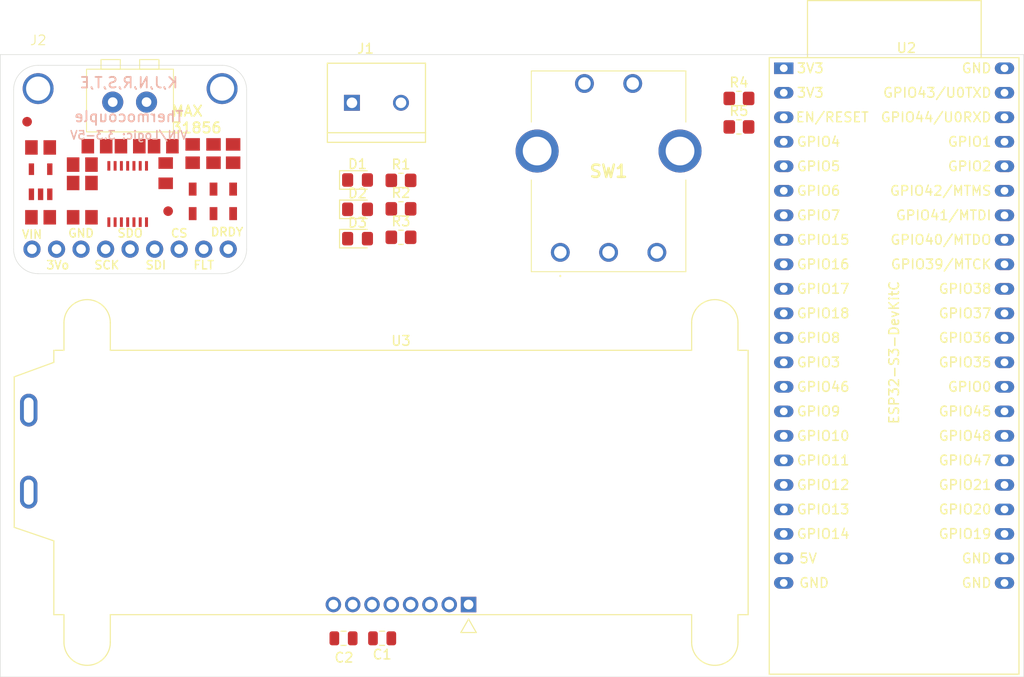
<source format=kicad_pcb>
(kicad_pcb (version 20241229) (generator "pcbnew") (generator_version "9.0")
  (layers (0 "F.Cu" signal) (2 "B.Cu" signal) (13 "F.Paste" user) (15 "B.Paste" user) (5 "F.SilkS" user "F.Silkscreen") (7 "B.SilkS" user "B.Silkscreen") (1 "F.Mask" user) (3 "B.Mask" user) (25 "Edge.Cuts" user))
  (net 0 "")
  (net 1 "GND")
  (net 2 "+3.3V")
  (net 3 "+5V")
  (net 4 "SSR_PWM")
  (net 5 "/SCK")
  (net 6 "/DRDY")
  (net 7 "/~{CS}")
  (net 8 "/~{FAULT}")
  (net 9 "/SDO")
  (net 10 "/VIN")
  (net 11 "/SDI")
  (net 12 "/VIN_1")
  (net 13 "Net-(U2-GPIO46)")
  (net 14 "Net-(U2-GPIO47)")
  (net 15 "Net-(U2-GPIO48)")
  (net 41 "Net-(D3-A)")
  (net 42 "Net-(D2-A)")
  (net 43 "Net-(D1-A)")
  (net 48 "Net-(U3-VOUT)")
  (net 49 "Net-(U3-C1+)")
  (net 50 "Net-(U3-C1-)")
  (net 51 "/SCL")
  (net 52 "/SDA")
  (net 53 "/DISPLAY_~{RST}")
  (net 54 "/ENC_B")
  (net 55 "/ENC_A")
  (net 56 "/ENC_SW")
  (footprint "Diode_SMD:D_0805_2012Metric_Pad1.15x1.40mm_HandSolder" (layer "F.Cu") (at 121 74.54)
    (property "Reference" "D2" (at 0 -1.65 0) (layer "F.SilkS"))
    (property "Value" "LED")
    (fp_line (start -1.86 -0.96) (end -1.86 0.96) (stroke (width 0.12)) (layer "F.SilkS"))
    (fp_line (start -1.86 0.96) (end 1 0.96) (stroke (width 0.12)) (layer "F.SilkS"))
    (fp_line (start 1 -0.96) (end -1.86 -0.96) (stroke (width 0.12)) (layer "F.SilkS"))
    (pad "1" smd roundrect (at -1.025 0) (size 1.15 1.4) (layers "F.Cu" "F.Mask" "F.Paste") (roundrect_rratio 0.217391) (net 1 "GND"))
    (pad "2" smd roundrect (at 1.025 0) (size 1.15 1.4) (layers "F.Cu" "F.Mask" "F.Paste") (roundrect_rratio 0.217391) (net 42 "Net-(D2-A)"))
  )
  (footprint "phoenix_footprints:TE_282837-2" (layer "F.Cu") (at 122.96 63.5)
    (property "Reference" "J1" (at -1.127255 -5.614945 0) (layer "F.SilkS") (effects (font (size 1.002039 1.002039))))
    (property "Value" "Screw_Terminal_01x02")
    (fp_line (start -5.08 -4.1) (end 5.08 -4.1) (stroke (width 0.127)) (layer "F.SilkS"))
    (fp_line (start -5.08 3.1) (end -5.08 -4.1) (stroke (width 0.127)) (layer "F.SilkS"))
    (fp_line (start -5.08 3.1) (end 5.08 3.1) (stroke (width 0.127)) (layer "F.SilkS"))
    (fp_line (start -5.08 4.1) (end -5.08 3.1) (stroke (width 0.127)) (layer "F.SilkS"))
    (fp_line (start 5.08 -4.1) (end 5.08 3.1) (stroke (width 0.127)) (layer "F.SilkS"))
    (fp_line (start 5.08 3.1) (end 5.08 4.1) (stroke (width 0.127)) (layer "F.SilkS"))
    (fp_line (start 5.08 4.1) (end -5.08 4.1) (stroke (width 0.127)) (layer "F.SilkS"))
    (pad "1" thru_hole rect (at -2.54 0) (size 1.65 1.65) (drill 1.1) (layers "*.Cu" "*.Mask") (net 1 "GND"))
    (pad "2" thru_hole circle (at 2.54 0) (size 1.65 1.65) (drill 1.1) (layers "*.Cu" "*.Mask") (net 4 "SSR_PWM"))
  )
  (footprint "Capacitor_SMD:C_0805_2012Metric" (layer "F.Cu") (at 123.55 119 180)
    (property "Reference" "C1" (at 0 -1.68 0) (layer "F.SilkS"))
    (property "Value" "1uF")
    (fp_line (start -0.261252 0.735) (end 0.261252 0.735) (stroke (width 0.12)) (layer "F.SilkS"))
    (fp_line (start -0.261252 -0.735) (end 0.261252 -0.735) (stroke (width 0.12)) (layer "F.SilkS"))
    (pad "1" smd roundrect (at -0.95 0 180) (size 1 1.45) (layers "F.Cu" "F.Mask" "F.Paste") (net 3 "+5V"))
    (pad "2" smd roundrect (at 0.95 0 180) (size 1 1.45) (layers "F.Cu" "F.Mask" "F.Paste") (net 48 "Net-(U3-VOUT)"))
  )
  (footprint "Resistor_SMD:R_0805_2012Metric_Pad1.20x1.40mm_HandSolder" (layer "F.Cu") (at 125.5 74.49)
    (property "Reference" "R2" (at 0 -1.65 0) (layer "F.SilkS"))
    (property "Value" "220")
    (fp_line (start -0.227064 -0.735) (end 0.227064 -0.735) (stroke (width 0.12)) (layer "F.SilkS"))
    (fp_line (start -0.227064 0.735) (end 0.227064 0.735) (stroke (width 0.12)) (layer "F.SilkS"))
    (pad "1" smd roundrect (at -1 0) (size 1.2 1.4) (layers "F.Cu" "F.Mask" "F.Paste") (roundrect_rratio 0.208333) (net 14 "Net-(U2-GPIO47)"))
    (pad "2" smd roundrect (at 1 0) (size 1.2 1.4) (layers "F.Cu" "F.Mask" "F.Paste") (roundrect_rratio 0.208333) (net 42 "Net-(D2-A)"))
  )
  (footprint "Capacitor_SMD:C_0805_2012Metric" (layer "F.Cu") (at 119.55 119 180)
    (property "Reference" "C2" (at -0.05 -2 0) (layer "F.SilkS"))
    (property "Value" "1uF")
    (fp_line (start -0.261252 0.735) (end 0.261252 0.735) (stroke (width 0.12)) (layer "F.SilkS"))
    (fp_line (start -0.261252 -0.735) (end 0.261252 -0.735) (stroke (width 0.12)) (layer "F.SilkS"))
    (pad "1" smd roundrect (at -0.95 0 180) (size 1 1.45) (layers "F.Cu" "F.Mask" "F.Paste") (net 49 "Net-(U3-C1+)"))
    (pad "2" smd roundrect (at 0.95 0 180) (size 1 1.45) (layers "F.Cu" "F.Mask" "F.Paste") (net 50 "Net-(U3-C1-)"))
  )
  (footprint "Resistor_SMD:R_0805_2012Metric_Pad1.20x1.40mm_HandSolder" (layer "F.Cu") (at 125.5 77.44)
    (property "Reference" "R3" (at 0 -1.65 0) (layer "F.SilkS"))
    (property "Value" "220")
    (fp_line (start -0.227064 -0.735) (end 0.227064 -0.735) (stroke (width 0.12)) (layer "F.SilkS"))
    (fp_line (start -0.227064 0.735) (end 0.227064 0.735) (stroke (width 0.12)) (layer "F.SilkS"))
    (pad "1" smd roundrect (at -1 0) (size 1.2 1.4) (layers "F.Cu" "F.Mask" "F.Paste") (roundrect_rratio 0.208333) (net 15 "Net-(U2-GPIO48)"))
    (pad "2" smd roundrect (at 1 0) (size 1.2 1.4) (layers "F.Cu" "F.Mask" "F.Paste") (roundrect_rratio 0.208333) (net 41 "Net-(D3-A)"))
  )
  (footprint "!footprints:PEC164120FS0012" (layer "F.Cu") (at 142 79)
    (property "Reference" "SW1" (at 5 -8.4 0) (layer "F.SilkS") (effects (font (size 1.27 1.27) (thickness 0.254))))
    (property "Value" "RotaryEncoder_Switch" (hide yes))
    (fp_line (start -3 -18.8) (end -3 -13.5) (stroke (width 0.1)) (layer "F.SilkS"))
    (fp_line (start -3 -7.5) (end -3 2) (stroke (width 0.1)) (layer "F.SilkS"))
    (fp_line (start -3 2) (end 13 2) (stroke (width 0.1)) (layer "F.SilkS"))
    (fp_line (start 0 2.4) (end 0 2.4) (stroke (width 0.1)) (layer "F.SilkS"))
    (fp_line (start 0 2.5) (end 0 2.5) (stroke (width 0.1)) (layer "F.SilkS"))
    (fp_line (start 13 -18.8) (end -3 -18.8) (stroke (width 0.1)) (layer "F.SilkS"))
    (fp_line (start 13 -13.5) (end 13 -18.8) (stroke (width 0.1)) (layer "F.SilkS"))
    (fp_line (start 13 2) (end 13 -7.5) (stroke (width 0.1)) (layer "F.SilkS"))
    (fp_arc (start 0 2.4) (mid 0.05 2.45) (end 0 2.5) (stroke (width 0.1)) (layer "F.SilkS"))
    (fp_arc (start 0 2.5) (mid -0.05 2.45) (end 0 2.4) (stroke (width 0.1)) (layer "F.SilkS"))
    (pad "A" thru_hole circle (at 0 0) (size 1.95 1.95) (drill 1.3) (layers "*.Cu" "*.Mask") (net 55 "/ENC_A"))
    (pad "B" thru_hole circle (at 5 0) (size 1.95 1.95) (drill 1.3) (layers "*.Cu" "*.Mask") (net 54 "/ENC_B"))
    (pad "C" thru_hole circle (at 10 0) (size 1.95 1.95) (drill 1.3) (layers "*.Cu" "*.Mask") (net 1 "GND"))
    (pad "MH1" thru_hole circle (at -2.4 -10.5) (size 4.46 4.46) (drill 2.9732) (layers "*.Cu" "*.Mask"))
    (pad "MH2" thru_hole circle (at 12.4 -10.5) (size 4.46 4.46) (drill 2.9732) (layers "*.Cu" "*.Mask"))
    (pad "S1" thru_hole circle (at 2.5 -17.5) (size 1.95 1.95) (drill 1.3) (layers "*.Cu" "*.Mask") (net 1 "GND"))
    (pad "S2" thru_hole circle (at 7.5 -17.5) (size 1.95 1.95) (drill 1.3) (layers "*.Cu" "*.Mask") (net 56 "/ENC_SW"))
  )
  (footprint "Diode_SMD:D_0805_2012Metric_Pad1.15x1.40mm_HandSolder" (layer "F.Cu") (at 121 77.58)
    (property "Reference" "D3" (at 0 -1.65 0) (layer "F.SilkS"))
    (property "Value" "LED")
    (fp_line (start -1.86 -0.96) (end -1.86 0.96) (stroke (width 0.12)) (layer "F.SilkS"))
    (fp_line (start -1.86 0.96) (end 1 0.96) (stroke (width 0.12)) (layer "F.SilkS"))
    (fp_line (start 1 -0.96) (end -1.86 -0.96) (stroke (width 0.12)) (layer "F.SilkS"))
    (pad "1" smd roundrect (at -1.025 0) (size 1.15 1.4) (layers "F.Cu" "F.Mask" "F.Paste") (roundrect_rratio 0.217391) (net 1 "GND"))
    (pad "2" smd roundrect (at 1.025 0) (size 1.15 1.4) (layers "F.Cu" "F.Mask" "F.Paste") (roundrect_rratio 0.217391) (net 41 "Net-(D3-A)"))
  )
  (footprint "Resistor_SMD:R_0805_2012Metric_Pad1.20x1.40mm_HandSolder" (layer "F.Cu") (at 160.5 66)
    (property "Reference" "R5" (at 0 -1.65 0) (layer "F.SilkS"))
    (property "Value" "4.7k")
    (fp_line (start -0.227064 -0.735) (end 0.227064 -0.735) (stroke (width 0.12)) (layer "F.SilkS"))
    (fp_line (start -0.227064 0.735) (end 0.227064 0.735) (stroke (width 0.12)) (layer "F.SilkS"))
    (pad "1" smd roundrect (at -1 0) (size 1.2 1.4) (layers "F.Cu" "F.Mask" "F.Paste") (roundrect_rratio 0.208333) (net 2 "+3.3V"))
    (pad "2" smd roundrect (at 1 0) (size 1.2 1.4) (layers "F.Cu" "F.Mask" "F.Paste") (roundrect_rratio 0.208333) (net 52 "/SDA"))
  )
  (footprint "Resistor_SMD:R_0805_2012Metric_Pad1.20x1.40mm_HandSolder" (layer "F.Cu") (at 160.5 63.05)
    (property "Reference" "R4" (at 0 -1.65 0) (layer "F.SilkS"))
    (property "Value" "4.7k")
    (fp_line (start -0.227064 -0.735) (end 0.227064 -0.735) (stroke (width 0.12)) (layer "F.SilkS"))
    (fp_line (start -0.227064 0.735) (end 0.227064 0.735) (stroke (width 0.12)) (layer "F.SilkS"))
    (pad "1" smd roundrect (at -1 0) (size 1.2 1.4) (layers "F.Cu" "F.Mask" "F.Paste") (roundrect_rratio 0.208333) (net 2 "+3.3V"))
    (pad "2" smd roundrect (at 1 0) (size 1.2 1.4) (layers "F.Cu" "F.Mask" "F.Paste") (roundrect_rratio 0.208333) (net 51 "/SCL"))
  )
  (footprint "Diode_SMD:D_0805_2012Metric_Pad1.15x1.40mm_HandSolder" (layer "F.Cu") (at 121 71.5)
    (property "Reference" "D1" (at 0 -1.65 0) (layer "F.SilkS"))
    (property "Value" "LED")
    (fp_line (start -1.86 -0.96) (end -1.86 0.96) (stroke (width 0.12)) (layer "F.SilkS"))
    (fp_line (start -1.86 0.96) (end 1 0.96) (stroke (width 0.12)) (layer "F.SilkS"))
    (fp_line (start 1 -0.96) (end -1.86 -0.96) (stroke (width 0.12)) (layer "F.SilkS"))
    (pad "1" smd roundrect (at -1.025 0) (size 1.15 1.4) (layers "F.Cu" "F.Mask" "F.Paste") (roundrect_rratio 0.217391) (net 1 "GND"))
    (pad "2" smd roundrect (at 1.025 0) (size 1.15 1.4) (layers "F.Cu" "F.Mask" "F.Paste") (roundrect_rratio 0.217391) (net 43 "Net-(D1-A)"))
  )
  (footprint "Display:NHD-C0220BiZ" (layer "F.Cu") (at 125.5 99.6)
    (property "Reference" "U3" (at 0 -11.43 0) (layer "F.SilkS"))
    (property "Value" "NHD-C0220BIZ")
    (fp_line (start -40.05 -7.7) (end -40.05 7.9) (stroke (width 0.12)) (layer "F.SilkS"))
    (fp_line (start -40.05 7.9) (end -35.95 9.3) (stroke (width 0.12)) (layer "F.SilkS"))
    (fp_line (start -35.95 -10.45) (end -35.95 -9.2) (stroke (width 0.12)) (layer "F.SilkS"))
    (fp_line (start -35.95 -9.2) (end -40.05 -7.7) (stroke (width 0.12)) (layer "F.SilkS"))
    (fp_line (start -35.95 9.3) (end -35.95 16.95) (stroke (width 0.12)) (layer "F.SilkS"))
    (fp_line (start -35.95 16.95) (end -34.9 16.95) (stroke (width 0.12)) (layer "F.SilkS"))
    (fp_line (start -34.9 -13.3) (end -34.9 -10.45) (stroke (width 0.12)) (layer "F.SilkS"))
    (fp_line (start -34.9 -10.45) (end -35.95 -10.45) (stroke (width 0.12)) (layer "F.SilkS"))
    (fp_line (start -34.9 16.95) (end -34.9 19.8) (stroke (width 0.12)) (layer "F.SilkS"))
    (fp_line (start -30.1 -10.45) (end -30.1 -13.3) (stroke (width 0.12)) (layer "F.SilkS"))
    (fp_line (start -30.1 16.95) (end 30.1 16.95) (stroke (width 0.12)) (layer "F.SilkS"))
    (fp_line (start -30.1 19.8) (end -30.1 16.95) (stroke (width 0.12)) (layer "F.SilkS"))
    (fp_line (start 6.2 18.8) (end 7 17.4) (stroke (width 0.12)) (layer "F.SilkS"))
    (fp_line (start 6.2 18.8) (end 7.8 18.8) (stroke (width 0.12)) (layer "F.SilkS"))
    (fp_line (start 7 17.4) (end 7.8 18.8) (stroke (width 0.12)) (layer "F.SilkS"))
    (fp_line (start 30.1 -13.3) (end 30.1 -10.45) (stroke (width 0.12)) (layer "F.SilkS"))
    (fp_line (start 30.1 -10.45) (end -30.1 -10.45) (stroke (width 0.12)) (layer "F.SilkS"))
    (fp_line (start 30.1 16.95) (end 30.1 19.8) (stroke (width 0.12)) (layer "F.SilkS"))
    (fp_line (start 34.9 -10.45) (end 34.9 -13.3) (stroke (width 0.12)) (layer "F.SilkS"))
    (fp_line (start 34.9 16.95) (end 35.95 16.95) (stroke (width 0.12)) (layer "F.SilkS"))
    (fp_line (start 34.9 19.8) (end 34.9 16.95) (stroke (width 0.12)) (layer "F.SilkS"))
    (fp_line (start 35.95 -10.45) (end 34.9 -10.45) (stroke (width 0.12)) (layer "F.SilkS"))
    (fp_line (start 35.95 16.95) (end 35.95 -10.45) (stroke (width 0.12)) (layer "F.SilkS"))
    (fp_arc (start -34.9 -13.3) (mid -32.5 -15.7) (end -30.1 -13.3) (stroke (width 0.12)) (layer "F.SilkS"))
    (fp_arc (start -30.1 19.8) (mid -32.5 22.2) (end -34.9 19.8) (stroke (width 0.12)) (layer "F.SilkS"))
    (fp_arc (start 30.1 -13.3) (mid 32.5 -15.7) (end 34.9 -13.3) (stroke (width 0.12)) (layer "F.SilkS"))
    (fp_arc (start 34.9 19.8) (mid 32.5 22.2) (end 30.1 19.8) (stroke (width 0.12)) (layer "F.SilkS"))
    (pad "" np_thru_hole circle (at -32.5 -13.3) (size 2.5 2.5) (drill 2.5) (layers "*.Cu" "*.Mask"))
    (pad "" np_thru_hole circle (at -32.5 19.8) (size 2.5 2.5) (drill 2.5) (layers "*.Cu" "*.Mask"))
    (pad "" np_thru_hole circle (at 32.5 -13.3) (size 2.5 2.5) (drill 2.5) (layers "*.Cu" "*.Mask"))
    (pad "" np_thru_hole circle (at 32.5 19.8) (size 2.5 2.5) (drill 2.5) (layers "*.Cu" "*.Mask"))
    (pad "1" thru_hole rect (at 7 15.9) (size 1.6 1.6) (drill 1) (layers "*.Cu" "*.Mask") (net 53 "/DISPLAY_~{RST}"))
    (pad "2" thru_hole circle (at 5 15.9) (size 1.6 1.6) (drill 1) (layers "*.Cu" "*.Mask") (net 51 "/SCL"))
    (pad "3" thru_hole circle (at 3 15.9) (size 1.6 1.6) (drill 1) (layers "*.Cu" "*.Mask") (net 52 "/SDA"))
    (pad "4" thru_hole circle (at 1 15.9) (size 1.6 1.6) (drill 1) (layers "*.Cu" "*.Mask") (net 1 "GND"))
    (pad "5" thru_hole circle (at -1 15.9) (size 1.6 1.6) (drill 1) (layers "*.Cu" "*.Mask") (net 3 "+5V"))
    (pad "6" thru_hole circle (at -3 15.9) (size 1.6 1.6) (drill 1) (layers "*.Cu" "*.Mask") (net 48 "Net-(U3-VOUT)"))
    (pad "7" thru_hole circle (at -5 15.9) (size 1.6 1.6) (drill 1) (layers "*.Cu" "*.Mask") (net 49 "Net-(U3-C1+)"))
    (pad "8" thru_hole circle (at -7 15.9) (size 1.6 1.6) (drill 1) (layers "*.Cu" "*.Mask") (net 50 "Net-(U3-C1-)"))
    (pad "9" thru_hole oval (at -38.55 4.25) (size 1.8 3.4) (drill oval 1 2.6) (layers "*.Cu" "*.Mask"))
    (pad "10" thru_hole oval (at -38.55 -4.25) (size 1.8 3.4) (drill oval 1 2.6) (layers "*.Cu" "*.Mask"))
  )
  (footprint "PCM_Espressif:ESP32-S3-DevKitC" (layer "F.Cu") (at 165.14 59.92)
    (property "Reference" "U2" (at 12.7 -2.1 0) (layer "F.SilkS"))
    (property "Value" "ESP32-S3-DevKitC" (at 11.42632 29.46128 90) (layer "F.SilkS"))
    (fp_line (start -1.5 62.79728) (end 24.359999 62.79728) (stroke (width 0.12)) (layer "F.SilkS"))
    (fp_line (start -1.499999 -1.1) (end -1.5 62.79728) (stroke (width 0.12)) (layer "F.SilkS"))
    (fp_line (start 2.46012 -7.01312) (end 20.44332 -7.01312) (stroke (width 0.12)) (layer "F.SilkS"))
    (fp_line (start 2.46012 -1.12032) (end 2.46012 -7.01312) (stroke (width 0.12)) (layer "F.SilkS"))
    (fp_line (start 20.44332 -7.01312) (end 20.44332 -1.12032) (stroke (width 0.12)) (layer "F.SilkS"))
    (fp_line (start 24.359999 62.79728) (end 24.36 -1.1) (stroke (width 0.12)) (layer "F.SilkS"))
    (fp_line (start 24.36 -1.1) (end -1.499999 -1.1) (stroke (width 0.12)) (layer "F.SilkS"))
    (fp_text user "GPIO47" (at 21.59 40.64 0) (layer "F.SilkS") (effects (justify right)))
    (fp_text user "3V3" (at 1.27 0 0) (layer "F.SilkS") (effects (justify left)))
    (fp_text user "GPIO18" (at 1.27 25.4 0) (layer "F.SilkS") (effects (justify left)))
    (fp_text user "GND" (at 1.52032 53.33728 0) (layer "F.SilkS") (effects (justify left)))
    (fp_text user "GPIO12" (at 1.27 43.18 0) (layer "F.SilkS") (effects (justify left)))
    (fp_text user "GPIO11" (at 1.27 40.64 0) (layer "F.SilkS") (effects (justify left)))
    (fp_text user "GPIO48" (at 21.59 38.1 0) (layer "F.SilkS") (effects (justify right)))
    (fp_text user "GPIO2" (at 21.59 10.16 0) (layer "F.SilkS") (effects (justify right)))
    (fp_text user "GPIO36" (at 21.59 27.94 0) (layer "F.SilkS") (effects (justify right)))
    (fp_text user "3V3" (at 1.27 2.54 0) (layer "F.SilkS") (effects (justify left)))
    (fp_text user "GPIO40/MTDO" (at 21.59 17.78 0) (layer "F.SilkS") (effects (justify right)))
    (fp_text user "GPIO9" (at 1.27 35.56 0) (layer "F.SilkS") (effects (justify left)))
    (fp_text user "GND" (at 21.59 50.8 0) (layer "F.SilkS") (effects (justify right)))
    (fp_text user "GPIO17" (at 1.27 22.86 0) (layer "F.SilkS") (effects (justify left)))
    (fp_text user "GPIO21" (at 21.59 43.18 0) (layer "F.SilkS") (effects (justify right)))
    (fp_text user "GPIO6" (at 1.27 12.7 0) (layer "F.SilkS") (effects (justify left)))
    (fp_text user "GPIO5" (at 1.27 10.16 0) (layer "F.SilkS") (effects (justify left)))
    (fp_text user "GPIO19" (at 21.59 48.26 0) (layer "F.SilkS") (effects (justify right)))
    (fp_text user "GPIO37" (at 21.59 25.4 0) (layer "F.SilkS") (effects (justify right)))
    (fp_text user "GPIO20" (at 21.59 45.72 0) (layer "F.SilkS") (effects (justify right)))
    (fp_text user "GPIO38" (at 21.59 22.86 0) (layer "F.SilkS") (effects (justify right)))
    (fp_text user "GPIO7" (at 1.27 15.24 0) (layer "F.SilkS") (effects (justify left)))
    (fp_text user "GPIO39/MTCK" (at 21.59 20.32 0) (layer "F.SilkS") (effects (justify right)))
    (fp_text user "5V" (at 1.52032 50.79728 0) (layer "F.SilkS") (effects (justify left)))
    (fp_text user "GPIO44/U0RXD" (at 21.59 5.08 0) (layer "F.SilkS") (effects (justify right)))
    (fp_text user "GPIO0" (at 21.59 33.02 0) (layer "F.SilkS") (effects (justify right)))
    (fp_text user "GND" (at 21.59 0 0) (layer "F.SilkS") (effects (justify right)))
    (fp_text user "GPIO42/MTMS" (at 21.59 12.7 0) (layer "F.SilkS") (effects (justify right)))
    (fp_text user "GPIO4" (at 1.27 7.62 0) (layer "F.SilkS") (effects (justify left)))
    (fp_text user "GPIO10" (at 1.27 38.1 0) (layer "F.SilkS") (effects (justify left)))
    (fp_text user "GPIO13" (at 1.27 45.72 0) (layer "F.SilkS") (effects (justify left)))
    (fp_text user "GPIO46" (at 1.27 33.02 0) (layer "F.SilkS") (effects (justify left)))
    (fp_text user "GPIO8" (at 1.27 27.94 0) (layer "F.SilkS") (effects (justify left)))
    (fp_text user "GPIO41/MTDI" (at 21.59 15.24 0) (layer "F.SilkS") (effects (justify right)))
    (fp_text user "GPIO15" (at 1.27 17.78 0) (layer "F.SilkS") (effects (justify left)))
    (fp_text user "GPIO35" (at 21.59 30.48 0) (layer "F.SilkS") (effects (justify right)))
    (fp_text user "GND" (at 21.59 53.34 0) (layer "F.SilkS") (effects (justify right)))
    (fp_text user "GPIO14" (at 1.27 48.26 0) (layer "F.SilkS") (effects (justify left)))
    (fp_text user "GPIO1" (at 21.59 7.62 0) (layer "F.SilkS") (effects (justify right)))
    (fp_text user "GPIO43/U0TXD" (at 21.59 2.54 0) (layer "F.SilkS") (effects (justify right)))
    (fp_text user "GPIO45" (at 21.59 35.56 0) (layer "F.SilkS") (effects (justify right)))
    (fp_text user "GPIO16" (at 1.27 20.32 0) (layer "F.SilkS") (effects (justify left)))
    (fp_text user "GPIO3" (at 1.27 30.48 0) (layer "F.SilkS") (effects (justify left)))
    (fp_text user "EN/RESET" (at 8.88632 5.07728 0) (layer "F.SilkS") (effects (justify right)))
    (pad "1" thru_hole rect (at 0 0 270) (size 1.2 2) (drill 0.8) (layers "*.Cu" "*.Mask") (net 2 "+3.3V"))
    (pad "2" thru_hole oval (at 0 2.54 270) (size 1.2 2) (drill 0.8) (layers "*.Cu" "*.Mask") (net 2 "+3.3V"))
    (pad "3" thru_hole oval (at 0 5.08 270) (size 1.2 2) (drill 0.8) (layers "*.Cu" "*.Mask"))
    (pad "4" thru_hole oval (at 0 7.62 270) (size 1.2 2) (drill 0.8) (layers "*.Cu" "*.Mask") (net 52 "/SDA"))
    (pad "5" thru_hole oval (at 0 10.16 270) (size 1.2 2) (drill 0.8) (layers "*.Cu" "*.Mask") (net 51 "/SCL"))
    (pad "6" thru_hole oval (at 0 12.7 270) (size 1.2 2) (drill 0.8) (layers "*.Cu" "*.Mask"))
    (pad "7" thru_hole oval (at 0 15.24 270) (size 1.2 2) (drill 0.8) (layers "*.Cu" "*.Mask"))
    (pad "8" thru_hole oval (at 0 17.78 270) (size 1.2 2) (drill 0.8) (layers "*.Cu" "*.Mask"))
    (pad "9" thru_hole oval (at 0 20.32 270) (size 1.2 2) (drill 0.8) (layers "*.Cu" "*.Mask"))
    (pad "10" thru_hole oval (at 0 22.86 270) (size 1.2 2) (drill 0.8) (layers "*.Cu" "*.Mask"))
    (pad "11" thru_hole oval (at 0 25.4 270) (size 1.2 2) (drill 0.8) (layers "*.Cu" "*.Mask"))
    (pad "12" thru_hole oval (at 0 27.94 270) (size 1.2 2) (drill 0.8) (layers "*.Cu" "*.Mask"))
    (pad "13" thru_hole oval (at 0 30.48 270) (size 1.2 2) (drill 0.8) (layers "*.Cu" "*.Mask"))
    (pad "14" thru_hole oval (at 0 33.02 270) (size 1.2 2) (drill 0.8) (layers "*.Cu" "*.Mask") (net 13 "Net-(U2-GPIO46)"))
    (pad "15" thru_hole oval (at 0 35.56 270) (size 1.2 2) (drill 0.8) (layers "*.Cu" "*.Mask"))
    (pad "16" thru_hole oval (at 0 38.1 270) (size 1.2 2) (drill 0.8) (layers "*.Cu" "*.Mask"))
    (pad "17" thru_hole oval (at 0 40.64 270) (size 1.2 2) (drill 0.8) (layers "*.Cu" "*.Mask"))
    (pad "18" thru_hole oval (at 0 43.18 270) (size 1.2 2) (drill 0.8) (layers "*.Cu" "*.Mask"))
    (pad "19" thru_hole oval (at 0 45.72 270) (size 1.2 2) (drill 0.8) (layers "*.Cu" "*.Mask"))
    (pad "20" thru_hole oval (at -0.00368 48.25728 270) (size 1.2 2) (drill 0.8) (layers "*.Cu" "*.Mask"))
    (pad "21" thru_hole oval (at -0.00368 50.79728 270) (size 1.2 2) (drill 0.8) (layers "*.Cu" "*.Mask") (net 3 "+5V"))
    (pad "22" thru_hole oval (at -0.00368 53.33728 270) (size 1.2 2) (drill 0.8) (layers "*.Cu" "*.Mask") (net 1 "GND"))
    (pad "23" thru_hole oval (at 22.86 53.34 270) (size 1.2 2) (drill 0.8) (layers "*.Cu" "*.Mask") (net 1 "GND"))
    (pad "24" thru_hole oval (at 22.86 50.8 270) (size 1.2 2) (drill 0.8) (layers "*.Cu" "*.Mask") (net 1 "GND"))
    (pad "25" thru_hole oval (at 22.86 48.26 270) (size 1.2 2) (drill 0.8) (layers "*.Cu" "*.Mask"))
    (pad "26" thru_hole oval (at 22.86 45.72 270) (size 1.2 2) (drill 0.8) (layers "*.Cu" "*.Mask"))
    (pad "27" thru_hole oval (at 22.86 43.18 270) (size 1.2 2) (drill 0.8) (layers "*.Cu" "*.Mask") (net 4 "SSR_PWM"))
    (pad "28" thru_hole oval (at 22.86 40.64 270) (size 1.2 2) (drill 0.8) (layers "*.Cu" "*.Mask") (net 14 "Net-(U2-GPIO47)"))
    (pad "29" thru_hole oval (at 22.86 38.1 270) (size 1.2 2) (drill 0.8) (layers "*.Cu" "*.Mask") (net 15 "Net-(U2-GPIO48)"))
    (pad "30" thru_hole oval (at 22.86 35.56 270) (size 1.2 2) (drill 0.8) (layers "*.Cu" "*.Mask"))
    (pad "31" thru_hole oval (at 22.86 33.02 270) (size 1.2 2) (drill 0.8) (layers "*.Cu" "*.Mask"))
    (pad "32" thru_hole oval (at 22.86 30.48 270) (size 1.2 2) (drill 0.8) (layers "*.Cu" "*.Mask") (net 53 "/DISPLAY_~{RST}"))
    (pad "33" thru_hole oval (at 22.86 27.94 270) (size 1.2 2) (drill 0.8) (layers "*.Cu" "*.Mask") (net 55 "/ENC_A"))
    (pad "34" thru_hole oval (at 22.86 25.4 270) (size 1.2 2) (drill 0.8) (layers "*.Cu" "*.Mask") (net 54 "/ENC_B"))
    (pad "35" thru_hole oval (at 22.86 22.86 270) (size 1.2 2) (drill 0.8) (layers "*.Cu" "*.Mask") (net 56 "/ENC_SW"))
    (pad "36" thru_hole oval (at 22.86 20.32 270) (size 1.2 2) (drill 0.8) (layers "*.Cu" "*.Mask"))
    (pad "37" thru_hole oval (at 22.86 17.78 270) (size 1.2 2) (drill 0.8) (layers "*.Cu" "*.Mask"))
    (pad "38" thru_hole oval (at 22.86 15.24 270) (size 1.2 2) (drill 0.8) (layers "*.Cu" "*.Mask"))
    (pad "39" thru_hole oval (at 22.86 12.7 270) (size 1.2 2) (drill 0.8) (layers "*.Cu" "*.Mask"))
    (pad "40" thru_hole oval (at 22.86 10.16 270) (size 1.2 2) (drill 0.8) (layers "*.Cu" "*.Mask"))
    (pad "41" thru_hole oval (at 22.86 7.62 270) (size 1.2 2) (drill 0.8) (layers "*.Cu" "*.Mask"))
    (pad "42" thru_hole oval (at 22.86 5.08 270) (size 1.2 2) (drill 0.8) (layers "*.Cu" "*.Mask"))
    (pad "43" thru_hole oval (at 22.86 2.54 270) (size 1.2 2) (drill 0.8) (layers "*.Cu" "*.Mask"))
    (pad "44" thru_hole oval (at 22.86 0 270) (size 1.2 2) (drill 0.8) (layers "*.Cu" "*.Mask") (net 1 "GND"))
  )
  (footprint "!footprints:MAX31856_HEADER" (layer "F.Cu") (at 87.936314 62.019686)
    (property "Reference" "J2" (at 0 -5 0) (layer "F.SilkS") (effects (font (thickness 0.1))))
    (property "Value" "Conn_01x09_Socket")
    (fp_rect (start 5 -2) (end 14 4.5) (stroke (width 0.1)) (fill no) (layer "F.SilkS"))
    (fp_rect (start 6.5 -3) (end 8.5 -2) (stroke (width 0.1)) (fill no) (layer "F.SilkS"))
    (fp_rect (start 10.5 -3) (end 12.5 -2) (stroke (width 0.1)) (fill no) (layer "F.SilkS"))
    (fp_line (start -2.551314 16.648314) (end -2.551314 0.138314) (stroke (width 0.05)) (layer "Edge.Cuts"))
    (fp_line (start -0.011314 -2.401686) (end 19.038686 -2.401686) (stroke (width 0.05)) (layer "Edge.Cuts"))
    (fp_line (start 19.012586 19.191516) (end -0.037414 19.191516) (stroke (width 0.05)) (layer "Edge.Cuts"))
    (fp_line (start 21.578686 0.138314) (end 21.578686 16.648314) (stroke (width 0.05)) (layer "Edge.Cuts"))
    (fp_arc (start -2.551314 0.138314) (mid -1.807365 -1.657737) (end -0.011314 -2.401686) (stroke (width 0.05)) (layer "Edge.Cuts"))
    (fp_arc (start -0.011314 19.188314) (mid -1.807365 18.444365) (end -2.551314 16.648314) (stroke (width 0.05)) (layer "Edge.Cuts"))
    (fp_arc (start 19.038686 -2.401686) (mid 20.834737 -1.657737) (end 21.578686 0.138314) (stroke (width 0.05)) (layer "Edge.Cuts"))
    (fp_arc (start 21.578686 16.648314) (mid 20.834737 18.444365) (end 19.038686 19.188314) (stroke (width 0.05)) (layer "Edge.Cuts"))
    (fp_text user "SCK" (at 7.100686 18.299314 0) (layer "F.SilkS") (effects (font (size 0.8636 0.8636) (thickness 0.1524))))
    (fp_text user "SDI" (at 12.180686 18.299314 0) (layer "F.SilkS") (effects (font (size 0.8636 0.8636) (thickness 0.1524))))
    (fp_text user "GND" (at 4.433686 14.997314 0) (layer "F.SilkS") (effects (font (size 0.8636 0.8636) (thickness 0.1524))))
    (fp_text user "FLT" (at 17.133686 18.299314 0) (layer "F.SilkS") (effects (font (size 0.8636 0.8636) (thickness 0.1524))))
    (fp_text user "3Vo" (at 2.020686 18.299314 0) (layer "F.SilkS") (effects (font (size 0.8636 0.8636) (thickness 0.1524))))
    (fp_text user "CS" (at 14.593686 14.997314 0) (layer "F.SilkS") (effects (font (size 0.8636 0.8636) (thickness 0.1524))))
    (fp_text user "SDO" (at 9.513686 14.997314 0) (layer "F.SilkS") (effects (font (size 0.8636 0.8636) (thickness 0.1524))))
    (fp_text user "DRDY" (at 19.546686 14.870314 0) (layer "F.SilkS") (effects (font (size 0.8636 0.8636) (thickness 0.1524))))
    (fp_text user "VIN" (at -0.646314 15.124314 0) (layer "F.SilkS") (effects (font (size 0.8636 0.8636) (thickness 0.1524))))
    (fp_text user "MAX\n31856" (at 13.704686 4.710314 0) (layer "F.SilkS") (effects (font (size 1.0795 1.0795) (thickness 0.1905)) (justify left bottom)))
    (fp_text user "VIN/Logic: 3.3-5V" (at 9.386686 4.837314 0) (layer "B.SilkS") (effects (font (size 0.8636 0.8636) (thickness 0.1524)) (justify mirror)))
    (fp_text user "K,J,N,R,S,T,E\n\nThermocouple" (at 9.386686 1.154314 0) (layer "B.SilkS") (effects (font (size 1.0922 1.0922) (thickness 0.1778)) (justify mirror)))
    (pad "1" smd roundrect (at -1.154314 3.440314) (size 1 1) (layers "F.Cu" "F.Mask") (roundrect_rratio 0.5) (net 6 "/DRDY"))
    (pad "1" smd rect (at -0.707314 6.107314) (size 1.3 1.5) (layers "F.Cu" "F.Mask" "F.Paste") (net 6 "/DRDY"))
    (pad "1" smd rect (at -0.707314 10.963414) (size 0.55 1.2) (layers "F.Cu" "F.Mask" "F.Paste") (net 6 "/DRDY"))
    (pad "1" smd rect (at -0.707314 13.346314) (size 1.3 1.5) (layers "F.Cu" "F.Mask" "F.Paste") (net 6 "/DRDY"))
    (pad "1" smd rect (at 5.134686 5.980314) (size 1.3 1.5) (layers "F.Cu" "F.Mask" "F.Paste") (net 6 "/DRDY"))
    (pad "1" smd rect (at 5.510686 7.885314 180) (size 1.3 1.5) (layers "F.Cu" "F.Mask" "F.Paste") (net 6 "/DRDY"))
    (pad "1" smd rect (at 5.510686 9.790314 180) (size 1.3 1.5) (layers "F.Cu" "F.Mask" "F.Paste") (net 6 "/DRDY"))
    (pad "1" smd rect (at 5.510686 13.346314 180) (size 1.3 1.5) (layers "F.Cu" "F.Mask" "F.Paste") (net 6 "/DRDY"))
    (pad "1" thru_hole circle (at 7.713686 1.408314 180) (size 2.1844 2.1844) (drill 1) (layers "*.Cu" "*.Mask") (net 6 "/DRDY"))
    (pad "1" smd rect (at 10.463686 5.980314 180) (size 1.3 1.5) (layers "F.Cu" "F.Mask" "F.Paste") (net 6 "/DRDY"))
    (pad "1" smd rect (at 11.209686 8.015514 180) (size 0.3048 0.9906) (layers "F.Cu" "F.Mask" "F.Paste") (net 6 "/DRDY"))
    (pad "1" smd rect (at 13.196686 9.824314 90) (size 1.2 1.5) (layers "F.Cu" "F.Mask" "F.Paste") (net 6 "/DRDY"))
    (pad "1" smd roundrect (at 13.450686 12.711314) (size 1 1) (layers "F.Cu" "F.Mask") (roundrect_rratio 0.5) (net 6 "/DRDY"))
    (pad "1" smd rect (at 13.892686 5.980314 180) (size 1.3 1.5) (layers "F.Cu" "F.Mask" "F.Paste") (net 6 "/DRDY"))
    (pad "1" smd rect (at 15.990686 7.692314 90) (size 1.3 1.5) (layers "F.Cu" "F.Mask" "F.Paste") (net 6 "/DRDY"))
    (pad "1" smd rect (at 18.149686 7.692314 90) (size 1.3 1.5) (layers "F.Cu" "F.Mask" "F.Paste") (net 6 "/DRDY"))
    (pad "1" thru_hole circle (at 19.673686 16.648314 270) (size 1.778 1.778) (drill 1) (layers "*.Cu" "*.Mask") (net 6 "/DRDY"))
    (pad "1" smd rect (at 20.181686 7.692314 90) (size 1.3 1.5) (layers "F.Cu" "F.Mask" "F.Paste") (net 6 "/DRDY"))
    (pad "2" smd rect (at 0.242686 10.963414) (size 0.55 1.2) (layers "F.Cu" "F.Mask" "F.Paste") (net 8 "/~{FAULT}"))
    (pad "2" smd rect (at 1.192686 6.107314) (size 1.3 1.5) (layers "F.Cu" "F.Mask" "F.Paste") (net 8 "/~{FAULT}"))
    (pad "2" smd rect (at 1.192686 13.346314) (size 1.3 1.5) (layers "F.Cu" "F.Mask" "F.Paste") (net 8 "/~{FAULT}"))
    (pad "2" smd rect (at 3.610686 7.885314 180) (size 1.3 1.5) (layers "F.Cu" "F.Mask" "F.Paste") (net 8 "/~{FAULT}"))
    (pad "2" smd rect (at 3.610686 9.790314 180) (size 1.3 1.5) (layers "F.Cu" "F.Mask" "F.Paste") (net 8 "/~{FAULT}"))
    (pad "2" smd rect (at 3.610686 13.346314 180) (size 1.3 1.5) (layers "F.Cu" "F.Mask" "F.Paste") (net 8 "/~{FAULT}"))
    (pad "2" smd rect (at 7.034686 5.980314) (size 1.3 1.5) (layers "F.Cu" "F.Mask" "F.Paste") (net 8 "/~{FAULT}"))
    (pad "2" smd rect (at 8.563686 5.980314 180) (size 1.3 1.5) (layers "F.Cu" "F.Mask" "F.Paste") (net 8 "/~{FAULT}"))
    (pad "2" smd rect (at 10.559686 8.015514 180) (size 0.3048 0.9906) (layers "F.Cu" "F.Mask" "F.Paste") (net 8 "/~{FAULT}"))
    (pad "2" thru_hole circle (at 11.213686 1.408314 180) (size 2.1844 2.1844) (drill 1) (layers "*.Cu" "*.Mask") (net 8 "/~{FAULT}"))
    (pad "2" smd rect (at 11.992686 5.980314 180) (size 1.3 1.5) (layers "F.Cu" "F.Mask" "F.Paste") (net 8 "/~{FAULT}"))
    (pad "2" smd rect (at 13.196686 7.724314 90) (size 1.2 1.5) (layers "F.Cu" "F.Mask" "F.Paste") (net 8 "/~{FAULT}"))
    (pad "2" smd rect (at 15.990686 5.792314 90) (size 1.3 1.5) (layers "F.Cu" "F.Mask" "F.Paste") (net 8 "/~{FAULT}"))
    (pad "2" thru_hole circle (at 17.133686 16.648314 270) (size 1.778 1.778) (drill 1) (layers "*.Cu" "*.Mask") (net 8 "/~{FAULT}"))
    (pad "2" smd rect (at 18.149686 5.792314 90) (size 1.3 1.5) (layers "F.Cu" "F.Mask" "F.Paste") (net 8 "/~{FAULT}"))
    (pad "2" smd rect (at 20.181686 5.792314 90) (size 1.3 1.5) (layers "F.Cu" "F.Mask" "F.Paste") (net 8 "/~{FAULT}"))
    (pad "3" smd rect (at 1.192686 10.963414) (size 0.55 1.2) (layers "F.Cu" "F.Mask" "F.Paste") (net 7 "/~{CS}"))
    (pad "3" smd rect (at 9.909686 8.015514 180) (size 0.3048 0.9906) (layers "F.Cu" "F.Mask" "F.Paste") (net 7 "/~{CS}"))
    (pad "3" thru_hole circle (at 14.593686 16.648314 270) (size 1.778 1.778) (drill 1) (layers "*.Cu" "*.Mask") (net 7 "/~{CS}"))
    (pad "4" smd rect (at 1.192686 8.363214) (size 0.55 1.2) (layers "F.Cu" "F.Mask" "F.Paste") (net 11 "/SDI"))
    (pad "4" smd rect (at 9.259686 8.015514 180) (size 0.3048 0.9906) (layers "F.Cu" "F.Mask" "F.Paste") (net 11 "/SDI"))
    (pad "4" thru_hole circle (at 12.053686 16.648314 270) (size 1.778 1.778) (drill 1) (layers "*.Cu" "*.Mask") (net 11 "/SDI"))
    (pad "5" smd rect (at -0.707314 8.363214) (size 0.55 1.2) (layers "F.Cu" "F.Mask" "F.Paste") (net 9 "/SDO"))
    (pad "5" smd rect (at 8.609686 8.015514 180) (size 0.3048 0.9906) (layers "F.Cu" "F.Mask" "F.Paste") (net 9 "/SDO"))
    (pad "5" thru_hole circle (at 9.513686 16.648314 270) (size 1.778 1.778) (drill 1) (layers "*.Cu" "*.Mask") (net 9 "/SDO"))
    (pad "6" thru_hole circle (at 6.973686 16.648314 270) (size 1.778 1.778) (drill 1) (layers "*.Cu" "*.Mask") (net 5 "/SCK"))
    (pad "6" smd rect (at 7.959686 8.015514 180) (size 0.3048 0.9906) (layers "F.Cu" "F.Mask" "F.Paste") (net 5 "/SCK"))
    (pad "7" thru_hole circle (at 4.433686 16.648314 270) (size 1.778 1.778) (drill 1) (layers "*.Cu" "*.Mask") (net 1 "GND"))
    (pad "7" smd rect (at 7.309686 8.015514 180) (size 0.3048 0.9906) (layers "F.Cu" "F.Mask" "F.Paste") (net 1 "GND"))
    (pad "8" thru_hole circle (at 1.893686 16.648314 270) (size 1.778 1.778) (drill 1) (layers "*.Cu" "*.Mask") (net 2 "+3.3V"))
    (pad "8" smd rect (at 7.309686 13.851114 180) (size 0.3048 0.9906) (layers "F.Cu" "F.Mask" "F.Paste") (net 2 "+3.3V"))
    (pad "9" thru_hole circle (at -0.646314 16.648314 270) (size 1.778 1.778) (drill 1) (layers "*.Cu" "*.Mask") (net 12 "/VIN_1"))
    (pad "9" smd rect (at 7.959686 13.851114 180) (size 0.3048 0.9906) (layers "F.Cu" "F.Mask" "F.Paste") (net 10 "/VIN"))
    (pad "10" smd rect (at 8.609686 13.851114 180) (size 0.3048 0.9906) (layers "F.Cu" "F.Mask" "F.Paste"))
    (pad "11" smd rect (at 9.259686 13.851114 180) (size 0.3048 0.9906) (layers "F.Cu" "F.Mask" "F.Paste"))
    (pad "12" smd rect (at 9.909686 13.851114 180) (size 0.3048 0.9906) (layers "F.Cu" "F.Mask" "F.Paste"))
    (pad "13" smd rect (at 10.559686 13.851114 180) (size 0.3048 0.9906) (layers "F.Cu" "F.Mask" "F.Paste"))
    (pad "14" smd rect (at 11.209686 13.851114 180) (size 0.3048 0.9906) (layers "F.Cu" "F.Mask" "F.Paste"))
    (pad "A" smd rect (at 15.990686 10.425314 90) (size 1.35 0.8) (layers "F.Cu" "F.Mask" "F.Paste"))
    (pad "A" smd rect (at 18.149686 10.425314 90) (size 1.35 0.8) (layers "F.Cu" "F.Mask" "F.Paste"))
    (pad "A" smd rect (at 20.181686 10.425314 90) (size 1.35 0.8) (layers "F.Cu" "F.Mask" "F.Paste"))
    (pad "C" smd rect (at 15.990686 12.965314 90) (size 1.35 0.8) (layers "F.Cu" "F.Mask" "F.Paste"))
    (pad "C" smd rect (at 18.149686 12.965314 90) (size 1.35 0.8) (layers "F.Cu" "F.Mask" "F.Paste"))
    (pad "C" smd rect (at 20.181686 12.965314 90) (size 1.35 0.8) (layers "F.Cu" "F.Mask" "F.Paste"))
    (pad "P$1" thru_hole circle (at -0.011314 0.011314) (size 3.2 3.2) (drill 2.5) (layers "*.Cu" "*.Mask"))
    (pad "P$1" thru_hole circle (at 19.038686 0.011314) (size 3.2 3.2) (drill 2.5) (layers "*.Cu" "*.Mask"))
  )
  (footprint "Resistor_SMD:R_0805_2012Metric_Pad1.20x1.40mm_HandSolder" (layer "F.Cu") (at 125.5 71.54)
    (property "Reference" "R1" (at 0 -1.65 0) (layer "F.SilkS"))
    (property "Value" "220")
    (fp_line (start -0.227064 -0.735) (end 0.227064 -0.735) (stroke (width 0.12)) (layer "F.SilkS"))
    (fp_line (start -0.227064 0.735) (end 0.227064 0.735) (stroke (width 0.12)) (layer "F.SilkS"))
    (pad "1" smd roundrect (at -1 0) (size 1.2 1.4) (layers "F.Cu" "F.Mask" "F.Paste") (roundrect_rratio 0.208333) (net 13 "Net-(U2-GPIO46)"))
    (pad "2" smd roundrect (at 1 0) (size 1.2 1.4) (layers "F.Cu" "F.Mask" "F.Paste") (roundrect_rratio 0.208333) (net 43 "Net-(D1-A)"))
  )
  (gr_rect (start 84 58.5) (end 190 123) (stroke (width 0.05)) (fill no) (layer "Edge.Cuts"))
)
</source>
